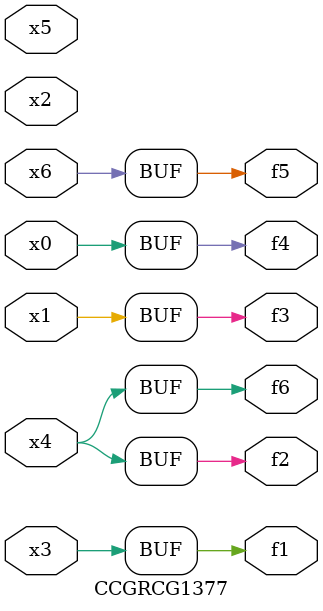
<source format=v>
module CCGRCG1377(
	input x0, x1, x2, x3, x4, x5, x6,
	output f1, f2, f3, f4, f5, f6
);
	assign f1 = x3;
	assign f2 = x4;
	assign f3 = x1;
	assign f4 = x0;
	assign f5 = x6;
	assign f6 = x4;
endmodule

</source>
